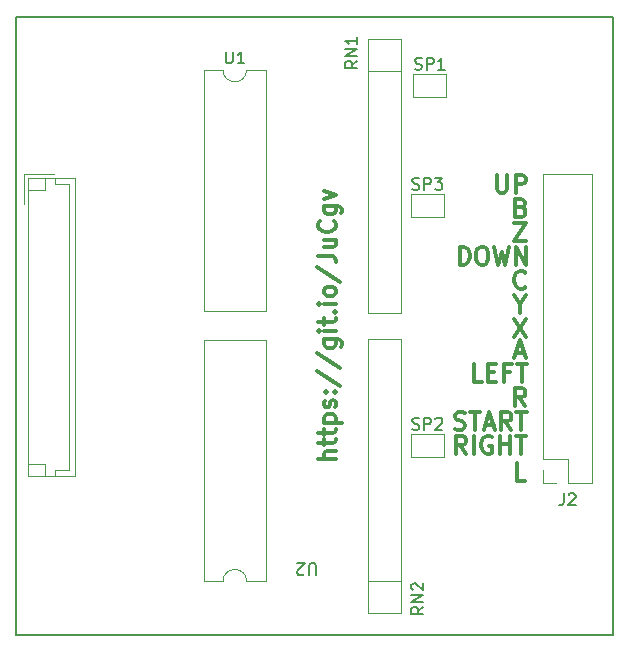
<source format=gbr>
%TF.GenerationSoftware,KiCad,Pcbnew,(5.1.10)-1*%
%TF.CreationDate,2021-09-08T12:56:42-03:00*%
%TF.ProjectId,SSC-THT,5353432d-5448-4542-9e6b-696361645f70,rev?*%
%TF.SameCoordinates,Original*%
%TF.FileFunction,Legend,Top*%
%TF.FilePolarity,Positive*%
%FSLAX46Y46*%
G04 Gerber Fmt 4.6, Leading zero omitted, Abs format (unit mm)*
G04 Created by KiCad (PCBNEW (5.1.10)-1) date 2021-09-08 12:56:42*
%MOMM*%
%LPD*%
G01*
G04 APERTURE LIST*
%TA.AperFunction,Profile*%
%ADD10C,0.150000*%
%TD*%
%ADD11C,0.300000*%
%ADD12C,0.120000*%
%ADD13C,0.150000*%
G04 APERTURE END LIST*
D10*
X68580000Y-90678000D02*
X18034000Y-90678000D01*
X18034000Y-38354000D02*
X18034000Y-90678000D01*
X68580000Y-38354000D02*
X18034000Y-38354000D01*
X68580000Y-90678000D02*
X68580000Y-38354000D01*
D11*
X45128571Y-75801714D02*
X43628571Y-75801714D01*
X45128571Y-75158857D02*
X44342857Y-75158857D01*
X44200000Y-75230285D01*
X44128571Y-75373142D01*
X44128571Y-75587428D01*
X44200000Y-75730285D01*
X44271428Y-75801714D01*
X44128571Y-74658857D02*
X44128571Y-74087428D01*
X43628571Y-74444571D02*
X44914285Y-74444571D01*
X45057142Y-74373142D01*
X45128571Y-74230285D01*
X45128571Y-74087428D01*
X44128571Y-73801714D02*
X44128571Y-73230285D01*
X43628571Y-73587428D02*
X44914285Y-73587428D01*
X45057142Y-73516000D01*
X45128571Y-73373142D01*
X45128571Y-73230285D01*
X44128571Y-72730285D02*
X45628571Y-72730285D01*
X44200000Y-72730285D02*
X44128571Y-72587428D01*
X44128571Y-72301714D01*
X44200000Y-72158857D01*
X44271428Y-72087428D01*
X44414285Y-72016000D01*
X44842857Y-72016000D01*
X44985714Y-72087428D01*
X45057142Y-72158857D01*
X45128571Y-72301714D01*
X45128571Y-72587428D01*
X45057142Y-72730285D01*
X45057142Y-71444571D02*
X45128571Y-71301714D01*
X45128571Y-71016000D01*
X45057142Y-70873142D01*
X44914285Y-70801714D01*
X44842857Y-70801714D01*
X44700000Y-70873142D01*
X44628571Y-71016000D01*
X44628571Y-71230285D01*
X44557142Y-71373142D01*
X44414285Y-71444571D01*
X44342857Y-71444571D01*
X44200000Y-71373142D01*
X44128571Y-71230285D01*
X44128571Y-71016000D01*
X44200000Y-70873142D01*
X44985714Y-70158857D02*
X45057142Y-70087428D01*
X45128571Y-70158857D01*
X45057142Y-70230285D01*
X44985714Y-70158857D01*
X45128571Y-70158857D01*
X44200000Y-70158857D02*
X44271428Y-70087428D01*
X44342857Y-70158857D01*
X44271428Y-70230285D01*
X44200000Y-70158857D01*
X44342857Y-70158857D01*
X43557142Y-68373142D02*
X45485714Y-69658857D01*
X43557142Y-66801714D02*
X45485714Y-68087428D01*
X44128571Y-65658857D02*
X45342857Y-65658857D01*
X45485714Y-65730285D01*
X45557142Y-65801714D01*
X45628571Y-65944571D01*
X45628571Y-66158857D01*
X45557142Y-66301714D01*
X45057142Y-65658857D02*
X45128571Y-65801714D01*
X45128571Y-66087428D01*
X45057142Y-66230285D01*
X44985714Y-66301714D01*
X44842857Y-66373142D01*
X44414285Y-66373142D01*
X44271428Y-66301714D01*
X44200000Y-66230285D01*
X44128571Y-66087428D01*
X44128571Y-65801714D01*
X44200000Y-65658857D01*
X45128571Y-64944571D02*
X44128571Y-64944571D01*
X43628571Y-64944571D02*
X43700000Y-65016000D01*
X43771428Y-64944571D01*
X43700000Y-64873142D01*
X43628571Y-64944571D01*
X43771428Y-64944571D01*
X44128571Y-64444571D02*
X44128571Y-63873142D01*
X43628571Y-64230285D02*
X44914285Y-64230285D01*
X45057142Y-64158857D01*
X45128571Y-64016000D01*
X45128571Y-63873142D01*
X44985714Y-63373142D02*
X45057142Y-63301714D01*
X45128571Y-63373142D01*
X45057142Y-63444571D01*
X44985714Y-63373142D01*
X45128571Y-63373142D01*
X45128571Y-62658857D02*
X44128571Y-62658857D01*
X43628571Y-62658857D02*
X43700000Y-62730285D01*
X43771428Y-62658857D01*
X43700000Y-62587428D01*
X43628571Y-62658857D01*
X43771428Y-62658857D01*
X45128571Y-61730285D02*
X45057142Y-61873142D01*
X44985714Y-61944571D01*
X44842857Y-62016000D01*
X44414285Y-62016000D01*
X44271428Y-61944571D01*
X44200000Y-61873142D01*
X44128571Y-61730285D01*
X44128571Y-61516000D01*
X44200000Y-61373142D01*
X44271428Y-61301714D01*
X44414285Y-61230285D01*
X44842857Y-61230285D01*
X44985714Y-61301714D01*
X45057142Y-61373142D01*
X45128571Y-61516000D01*
X45128571Y-61730285D01*
X43557142Y-59516000D02*
X45485714Y-60801714D01*
X43628571Y-58587428D02*
X44700000Y-58587428D01*
X44914285Y-58658857D01*
X45057142Y-58801714D01*
X45128571Y-59016000D01*
X45128571Y-59158857D01*
X44128571Y-57230285D02*
X45128571Y-57230285D01*
X44128571Y-57873142D02*
X44914285Y-57873142D01*
X45057142Y-57801714D01*
X45128571Y-57658857D01*
X45128571Y-57444571D01*
X45057142Y-57301714D01*
X44985714Y-57230285D01*
X44985714Y-55658857D02*
X45057142Y-55730285D01*
X45128571Y-55944571D01*
X45128571Y-56087428D01*
X45057142Y-56301714D01*
X44914285Y-56444571D01*
X44771428Y-56516000D01*
X44485714Y-56587428D01*
X44271428Y-56587428D01*
X43985714Y-56516000D01*
X43842857Y-56444571D01*
X43700000Y-56301714D01*
X43628571Y-56087428D01*
X43628571Y-55944571D01*
X43700000Y-55730285D01*
X43771428Y-55658857D01*
X44128571Y-54373142D02*
X45342857Y-54373142D01*
X45485714Y-54444571D01*
X45557142Y-54516000D01*
X45628571Y-54658857D01*
X45628571Y-54873142D01*
X45557142Y-55016000D01*
X45057142Y-54373142D02*
X45128571Y-54516000D01*
X45128571Y-54801714D01*
X45057142Y-54944571D01*
X44985714Y-55016000D01*
X44842857Y-55087428D01*
X44414285Y-55087428D01*
X44271428Y-55016000D01*
X44200000Y-54944571D01*
X44128571Y-54801714D01*
X44128571Y-54516000D01*
X44200000Y-54373142D01*
X44128571Y-53801714D02*
X45128571Y-53444571D01*
X44128571Y-53087428D01*
X60206000Y-55820571D02*
X61206000Y-55820571D01*
X60206000Y-57320571D01*
X61206000Y-57320571D01*
X60813142Y-54502857D02*
X61027428Y-54574285D01*
X61098857Y-54645714D01*
X61170285Y-54788571D01*
X61170285Y-55002857D01*
X61098857Y-55145714D01*
X61027428Y-55217142D01*
X60884571Y-55288571D01*
X60313142Y-55288571D01*
X60313142Y-53788571D01*
X60813142Y-53788571D01*
X60956000Y-53860000D01*
X61027428Y-53931428D01*
X61098857Y-54074285D01*
X61098857Y-54217142D01*
X61027428Y-54360000D01*
X60956000Y-54431428D01*
X60813142Y-54502857D01*
X60313142Y-54502857D01*
X60206000Y-63948571D02*
X61206000Y-65448571D01*
X61206000Y-63948571D02*
X60206000Y-65448571D01*
X55598571Y-59352571D02*
X55598571Y-57852571D01*
X55955714Y-57852571D01*
X56170000Y-57924000D01*
X56312857Y-58066857D01*
X56384285Y-58209714D01*
X56455714Y-58495428D01*
X56455714Y-58709714D01*
X56384285Y-58995428D01*
X56312857Y-59138285D01*
X56170000Y-59281142D01*
X55955714Y-59352571D01*
X55598571Y-59352571D01*
X57384285Y-57852571D02*
X57670000Y-57852571D01*
X57812857Y-57924000D01*
X57955714Y-58066857D01*
X58027142Y-58352571D01*
X58027142Y-58852571D01*
X57955714Y-59138285D01*
X57812857Y-59281142D01*
X57670000Y-59352571D01*
X57384285Y-59352571D01*
X57241428Y-59281142D01*
X57098571Y-59138285D01*
X57027142Y-58852571D01*
X57027142Y-58352571D01*
X57098571Y-58066857D01*
X57241428Y-57924000D01*
X57384285Y-57852571D01*
X58527142Y-57852571D02*
X58884285Y-59352571D01*
X59170000Y-58281142D01*
X59455714Y-59352571D01*
X59812857Y-57852571D01*
X60384285Y-59352571D02*
X60384285Y-57852571D01*
X61241428Y-59352571D01*
X61241428Y-57852571D01*
X61170285Y-61241714D02*
X61098857Y-61313142D01*
X60884571Y-61384571D01*
X60741714Y-61384571D01*
X60527428Y-61313142D01*
X60384571Y-61170285D01*
X60313142Y-61027428D01*
X60241714Y-60741714D01*
X60241714Y-60527428D01*
X60313142Y-60241714D01*
X60384571Y-60098857D01*
X60527428Y-59956000D01*
X60741714Y-59884571D01*
X60884571Y-59884571D01*
X61098857Y-59956000D01*
X61170285Y-60027428D01*
X61170285Y-71290571D02*
X60670285Y-70576285D01*
X60313142Y-71290571D02*
X60313142Y-69790571D01*
X60884571Y-69790571D01*
X61027428Y-69862000D01*
X61098857Y-69933428D01*
X61170285Y-70076285D01*
X61170285Y-70290571D01*
X61098857Y-70433428D01*
X61027428Y-70504857D01*
X60884571Y-70576285D01*
X60313142Y-70576285D01*
X61170285Y-77640571D02*
X60456000Y-77640571D01*
X60456000Y-76140571D01*
X60348857Y-66798000D02*
X61063142Y-66798000D01*
X60206000Y-67226571D02*
X60706000Y-65726571D01*
X61206000Y-67226571D01*
X57499428Y-69258571D02*
X56785142Y-69258571D01*
X56785142Y-67758571D01*
X57999428Y-68472857D02*
X58499428Y-68472857D01*
X58713714Y-69258571D02*
X57999428Y-69258571D01*
X57999428Y-67758571D01*
X58713714Y-67758571D01*
X59856571Y-68472857D02*
X59356571Y-68472857D01*
X59356571Y-69258571D02*
X59356571Y-67758571D01*
X60070857Y-67758571D01*
X60428000Y-67758571D02*
X61285142Y-67758571D01*
X60856571Y-69258571D02*
X60856571Y-67758571D01*
X55201714Y-73251142D02*
X55416000Y-73322571D01*
X55773142Y-73322571D01*
X55916000Y-73251142D01*
X55987428Y-73179714D01*
X56058857Y-73036857D01*
X56058857Y-72894000D01*
X55987428Y-72751142D01*
X55916000Y-72679714D01*
X55773142Y-72608285D01*
X55487428Y-72536857D01*
X55344571Y-72465428D01*
X55273142Y-72394000D01*
X55201714Y-72251142D01*
X55201714Y-72108285D01*
X55273142Y-71965428D01*
X55344571Y-71894000D01*
X55487428Y-71822571D01*
X55844571Y-71822571D01*
X56058857Y-71894000D01*
X56487428Y-71822571D02*
X57344571Y-71822571D01*
X56916000Y-73322571D02*
X56916000Y-71822571D01*
X57773142Y-72894000D02*
X58487428Y-72894000D01*
X57630285Y-73322571D02*
X58130285Y-71822571D01*
X58630285Y-73322571D01*
X59987428Y-73322571D02*
X59487428Y-72608285D01*
X59130285Y-73322571D02*
X59130285Y-71822571D01*
X59701714Y-71822571D01*
X59844571Y-71894000D01*
X59916000Y-71965428D01*
X59987428Y-72108285D01*
X59987428Y-72322571D01*
X59916000Y-72465428D01*
X59844571Y-72536857D01*
X59701714Y-72608285D01*
X59130285Y-72608285D01*
X60416000Y-71822571D02*
X61273142Y-71822571D01*
X60844571Y-73322571D02*
X60844571Y-71822571D01*
X58765428Y-51756571D02*
X58765428Y-52970857D01*
X58836857Y-53113714D01*
X58908285Y-53185142D01*
X59051142Y-53256571D01*
X59336857Y-53256571D01*
X59479714Y-53185142D01*
X59551142Y-53113714D01*
X59622571Y-52970857D01*
X59622571Y-51756571D01*
X60336857Y-53256571D02*
X60336857Y-51756571D01*
X60908285Y-51756571D01*
X61051142Y-51828000D01*
X61122571Y-51899428D01*
X61194000Y-52042285D01*
X61194000Y-52256571D01*
X61122571Y-52399428D01*
X61051142Y-52470857D01*
X60908285Y-52542285D01*
X60336857Y-52542285D01*
X60706000Y-62702285D02*
X60706000Y-63416571D01*
X60206000Y-61916571D02*
X60706000Y-62702285D01*
X61206000Y-61916571D01*
X56166000Y-75354571D02*
X55666000Y-74640285D01*
X55308857Y-75354571D02*
X55308857Y-73854571D01*
X55880285Y-73854571D01*
X56023142Y-73926000D01*
X56094571Y-73997428D01*
X56166000Y-74140285D01*
X56166000Y-74354571D01*
X56094571Y-74497428D01*
X56023142Y-74568857D01*
X55880285Y-74640285D01*
X55308857Y-74640285D01*
X56808857Y-75354571D02*
X56808857Y-73854571D01*
X58308857Y-73926000D02*
X58166000Y-73854571D01*
X57951714Y-73854571D01*
X57737428Y-73926000D01*
X57594571Y-74068857D01*
X57523142Y-74211714D01*
X57451714Y-74497428D01*
X57451714Y-74711714D01*
X57523142Y-74997428D01*
X57594571Y-75140285D01*
X57737428Y-75283142D01*
X57951714Y-75354571D01*
X58094571Y-75354571D01*
X58308857Y-75283142D01*
X58380285Y-75211714D01*
X58380285Y-74711714D01*
X58094571Y-74711714D01*
X59023142Y-75354571D02*
X59023142Y-73854571D01*
X59023142Y-74568857D02*
X59880285Y-74568857D01*
X59880285Y-75354571D02*
X59880285Y-73854571D01*
X60380285Y-73854571D02*
X61237428Y-73854571D01*
X60808857Y-75354571D02*
X60808857Y-73854571D01*
D12*
%TO.C,J2*%
X66814000Y-77830000D02*
X64754000Y-77830000D01*
X66814000Y-77830000D02*
X66814000Y-51710000D01*
X66814000Y-51710000D02*
X62694000Y-51710000D01*
X62694000Y-75770000D02*
X62694000Y-51710000D01*
X64754000Y-75770000D02*
X62694000Y-75770000D01*
X64754000Y-77830000D02*
X64754000Y-75770000D01*
X62694000Y-77830000D02*
X62694000Y-76770000D01*
X63754000Y-77830000D02*
X62694000Y-77830000D01*
%TO.C,SP3*%
X51469000Y-55356000D02*
X51469000Y-53356000D01*
X54269000Y-55356000D02*
X51469000Y-55356000D01*
X54269000Y-53356000D02*
X54269000Y-55356000D01*
X51469000Y-53356000D02*
X54269000Y-53356000D01*
%TO.C,SP2*%
X51469000Y-75676000D02*
X51469000Y-73676000D01*
X54269000Y-75676000D02*
X51469000Y-75676000D01*
X54269000Y-73676000D02*
X54269000Y-75676000D01*
X51469000Y-73676000D02*
X54269000Y-73676000D01*
%TO.C,RN1*%
X50676000Y-40216000D02*
X47876000Y-40216000D01*
X47876000Y-40216000D02*
X47876000Y-63416000D01*
X47876000Y-63416000D02*
X50676000Y-63416000D01*
X50676000Y-63416000D02*
X50676000Y-40216000D01*
X50676000Y-42926000D02*
X47876000Y-42926000D01*
%TO.C,SP1*%
X51686000Y-45196000D02*
X51686000Y-43196000D01*
X54486000Y-45196000D02*
X51686000Y-45196000D01*
X54486000Y-43196000D02*
X54486000Y-45196000D01*
X51686000Y-43196000D02*
X54486000Y-43196000D01*
%TO.C,RN2*%
X47876000Y-88816000D02*
X50676000Y-88816000D01*
X50676000Y-88816000D02*
X50676000Y-65616000D01*
X50676000Y-65616000D02*
X47876000Y-65616000D01*
X47876000Y-65616000D02*
X47876000Y-88816000D01*
X47876000Y-86106000D02*
X50676000Y-86106000D01*
%TO.C,U2*%
X37576000Y-86166000D02*
X39226000Y-86166000D01*
X39226000Y-86166000D02*
X39226000Y-65726000D01*
X39226000Y-65726000D02*
X33926000Y-65726000D01*
X33926000Y-65726000D02*
X33926000Y-86166000D01*
X33926000Y-86166000D02*
X35576000Y-86166000D01*
X35576000Y-86166000D02*
G75*
G02*
X37576000Y-86166000I1000000J0D01*
G01*
%TO.C,U1*%
X35576000Y-42866000D02*
X33926000Y-42866000D01*
X33926000Y-42866000D02*
X33926000Y-63306000D01*
X33926000Y-63306000D02*
X39226000Y-63306000D01*
X39226000Y-63306000D02*
X39226000Y-42866000D01*
X39226000Y-42866000D02*
X37576000Y-42866000D01*
X37576000Y-42866000D02*
G75*
G02*
X35576000Y-42866000I-1000000J0D01*
G01*
%TO.C,J1*%
X18726000Y-51700000D02*
X18726000Y-54200000D01*
X21226000Y-51700000D02*
X18726000Y-51700000D01*
X20526000Y-76220000D02*
X19026000Y-76220000D01*
X20526000Y-77220000D02*
X20526000Y-76220000D01*
X20526000Y-53000000D02*
X19026000Y-53000000D01*
X20526000Y-52000000D02*
X20526000Y-53000000D01*
X21336000Y-76720000D02*
X21336000Y-77220000D01*
X22546000Y-76720000D02*
X21336000Y-76720000D01*
X22546000Y-52500000D02*
X22546000Y-76720000D01*
X21336000Y-52500000D02*
X22546000Y-52500000D01*
X21336000Y-52000000D02*
X21336000Y-52500000D01*
X23046000Y-77220000D02*
X23046000Y-52000000D01*
X19026000Y-77220000D02*
X23046000Y-77220000D01*
X19026000Y-52000000D02*
X19026000Y-77220000D01*
X23046000Y-52000000D02*
X19026000Y-52000000D01*
%TD*%
%TO.C,J2*%
D13*
X64420666Y-78722380D02*
X64420666Y-79436666D01*
X64373047Y-79579523D01*
X64277809Y-79674761D01*
X64134952Y-79722380D01*
X64039714Y-79722380D01*
X64849238Y-78817619D02*
X64896857Y-78770000D01*
X64992095Y-78722380D01*
X65230190Y-78722380D01*
X65325428Y-78770000D01*
X65373047Y-78817619D01*
X65420666Y-78912857D01*
X65420666Y-79008095D01*
X65373047Y-79150952D01*
X64801619Y-79722380D01*
X65420666Y-79722380D01*
%TO.C,SP3*%
X51607095Y-52960761D02*
X51749952Y-53008380D01*
X51988047Y-53008380D01*
X52083285Y-52960761D01*
X52130904Y-52913142D01*
X52178523Y-52817904D01*
X52178523Y-52722666D01*
X52130904Y-52627428D01*
X52083285Y-52579809D01*
X51988047Y-52532190D01*
X51797571Y-52484571D01*
X51702333Y-52436952D01*
X51654714Y-52389333D01*
X51607095Y-52294095D01*
X51607095Y-52198857D01*
X51654714Y-52103619D01*
X51702333Y-52056000D01*
X51797571Y-52008380D01*
X52035666Y-52008380D01*
X52178523Y-52056000D01*
X52607095Y-53008380D02*
X52607095Y-52008380D01*
X52988047Y-52008380D01*
X53083285Y-52056000D01*
X53130904Y-52103619D01*
X53178523Y-52198857D01*
X53178523Y-52341714D01*
X53130904Y-52436952D01*
X53083285Y-52484571D01*
X52988047Y-52532190D01*
X52607095Y-52532190D01*
X53511857Y-52008380D02*
X54130904Y-52008380D01*
X53797571Y-52389333D01*
X53940428Y-52389333D01*
X54035666Y-52436952D01*
X54083285Y-52484571D01*
X54130904Y-52579809D01*
X54130904Y-52817904D01*
X54083285Y-52913142D01*
X54035666Y-52960761D01*
X53940428Y-53008380D01*
X53654714Y-53008380D01*
X53559476Y-52960761D01*
X53511857Y-52913142D01*
%TO.C,SP2*%
X51607095Y-73280761D02*
X51749952Y-73328380D01*
X51988047Y-73328380D01*
X52083285Y-73280761D01*
X52130904Y-73233142D01*
X52178523Y-73137904D01*
X52178523Y-73042666D01*
X52130904Y-72947428D01*
X52083285Y-72899809D01*
X51988047Y-72852190D01*
X51797571Y-72804571D01*
X51702333Y-72756952D01*
X51654714Y-72709333D01*
X51607095Y-72614095D01*
X51607095Y-72518857D01*
X51654714Y-72423619D01*
X51702333Y-72376000D01*
X51797571Y-72328380D01*
X52035666Y-72328380D01*
X52178523Y-72376000D01*
X52607095Y-73328380D02*
X52607095Y-72328380D01*
X52988047Y-72328380D01*
X53083285Y-72376000D01*
X53130904Y-72423619D01*
X53178523Y-72518857D01*
X53178523Y-72661714D01*
X53130904Y-72756952D01*
X53083285Y-72804571D01*
X52988047Y-72852190D01*
X52607095Y-72852190D01*
X53559476Y-72423619D02*
X53607095Y-72376000D01*
X53702333Y-72328380D01*
X53940428Y-72328380D01*
X54035666Y-72376000D01*
X54083285Y-72423619D01*
X54130904Y-72518857D01*
X54130904Y-72614095D01*
X54083285Y-72756952D01*
X53511857Y-73328380D01*
X54130904Y-73328380D01*
%TO.C,RN1*%
X46934380Y-42092476D02*
X46458190Y-42425809D01*
X46934380Y-42663904D02*
X45934380Y-42663904D01*
X45934380Y-42282952D01*
X45982000Y-42187714D01*
X46029619Y-42140095D01*
X46124857Y-42092476D01*
X46267714Y-42092476D01*
X46362952Y-42140095D01*
X46410571Y-42187714D01*
X46458190Y-42282952D01*
X46458190Y-42663904D01*
X46934380Y-41663904D02*
X45934380Y-41663904D01*
X46934380Y-41092476D01*
X45934380Y-41092476D01*
X46934380Y-40092476D02*
X46934380Y-40663904D01*
X46934380Y-40378190D02*
X45934380Y-40378190D01*
X46077238Y-40473428D01*
X46172476Y-40568666D01*
X46220095Y-40663904D01*
%TO.C,SP1*%
X51824095Y-42800761D02*
X51966952Y-42848380D01*
X52205047Y-42848380D01*
X52300285Y-42800761D01*
X52347904Y-42753142D01*
X52395523Y-42657904D01*
X52395523Y-42562666D01*
X52347904Y-42467428D01*
X52300285Y-42419809D01*
X52205047Y-42372190D01*
X52014571Y-42324571D01*
X51919333Y-42276952D01*
X51871714Y-42229333D01*
X51824095Y-42134095D01*
X51824095Y-42038857D01*
X51871714Y-41943619D01*
X51919333Y-41896000D01*
X52014571Y-41848380D01*
X52252666Y-41848380D01*
X52395523Y-41896000D01*
X52824095Y-42848380D02*
X52824095Y-41848380D01*
X53205047Y-41848380D01*
X53300285Y-41896000D01*
X53347904Y-41943619D01*
X53395523Y-42038857D01*
X53395523Y-42181714D01*
X53347904Y-42276952D01*
X53300285Y-42324571D01*
X53205047Y-42372190D01*
X52824095Y-42372190D01*
X54347904Y-42848380D02*
X53776476Y-42848380D01*
X54062190Y-42848380D02*
X54062190Y-41848380D01*
X53966952Y-41991238D01*
X53871714Y-42086476D01*
X53776476Y-42134095D01*
%TO.C,RN2*%
X52522380Y-88320476D02*
X52046190Y-88653809D01*
X52522380Y-88891904D02*
X51522380Y-88891904D01*
X51522380Y-88510952D01*
X51570000Y-88415714D01*
X51617619Y-88368095D01*
X51712857Y-88320476D01*
X51855714Y-88320476D01*
X51950952Y-88368095D01*
X51998571Y-88415714D01*
X52046190Y-88510952D01*
X52046190Y-88891904D01*
X52522380Y-87891904D02*
X51522380Y-87891904D01*
X52522380Y-87320476D01*
X51522380Y-87320476D01*
X51617619Y-86891904D02*
X51570000Y-86844285D01*
X51522380Y-86749047D01*
X51522380Y-86510952D01*
X51570000Y-86415714D01*
X51617619Y-86368095D01*
X51712857Y-86320476D01*
X51808095Y-86320476D01*
X51950952Y-86368095D01*
X52522380Y-86939523D01*
X52522380Y-86320476D01*
%TO.C,U2*%
X43433904Y-85637619D02*
X43433904Y-84828095D01*
X43386285Y-84732857D01*
X43338666Y-84685238D01*
X43243428Y-84637619D01*
X43052952Y-84637619D01*
X42957714Y-84685238D01*
X42910095Y-84732857D01*
X42862476Y-84828095D01*
X42862476Y-85637619D01*
X42433904Y-85542380D02*
X42386285Y-85590000D01*
X42291047Y-85637619D01*
X42052952Y-85637619D01*
X41957714Y-85590000D01*
X41910095Y-85542380D01*
X41862476Y-85447142D01*
X41862476Y-85351904D01*
X41910095Y-85209047D01*
X42481523Y-84637619D01*
X41862476Y-84637619D01*
%TO.C,U1*%
X35814095Y-41318380D02*
X35814095Y-42127904D01*
X35861714Y-42223142D01*
X35909333Y-42270761D01*
X36004571Y-42318380D01*
X36195047Y-42318380D01*
X36290285Y-42270761D01*
X36337904Y-42223142D01*
X36385523Y-42127904D01*
X36385523Y-41318380D01*
X37385523Y-42318380D02*
X36814095Y-42318380D01*
X37099809Y-42318380D02*
X37099809Y-41318380D01*
X37004571Y-41461238D01*
X36909333Y-41556476D01*
X36814095Y-41604095D01*
%TD*%
M02*

</source>
